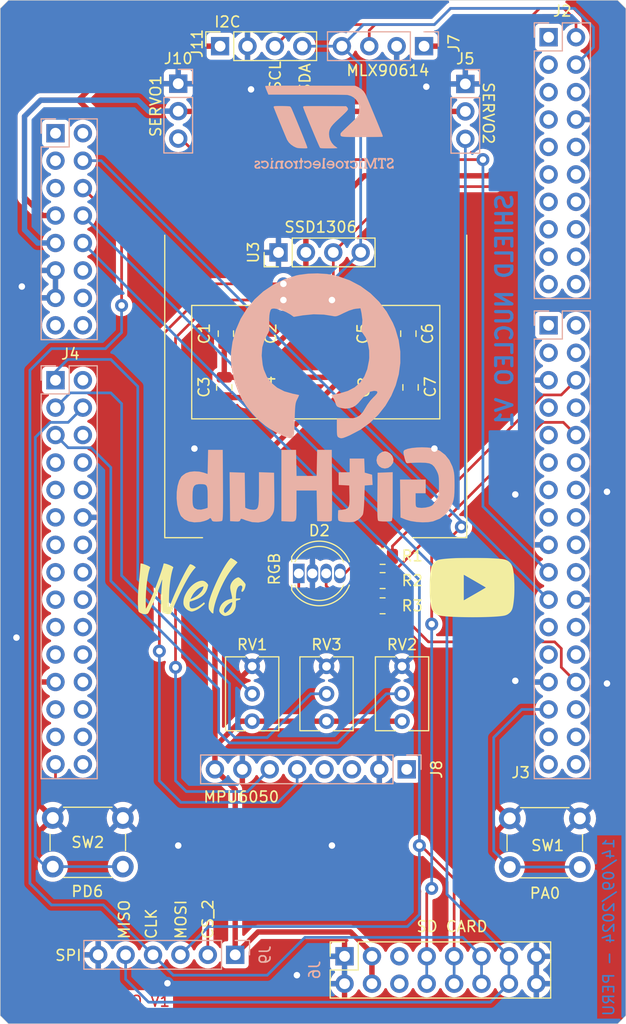
<source format=kicad_pcb>
(kicad_pcb (version 20240108) (generator "pcbnew") (generator_version "8.0")
  (layers (0 "F.Cu" signal) (31 "B.Cu" signal) (34 "B.Paste" user) (35 "F.Paste" user) (36 "B.SilkS" user "B.Silkscreen") (37 "F.SilkS" user "F.Silkscreen") (38 "B.Mask" user) (39 "F.Mask" user) (44 "Edge.Cuts" user))
  (net 0 "")
  (net 1 "GND")
  (net 2 "+3V3")
  (net 3 "Net-(D2-BA)")
  (net 5 "/PC8")
  (net 6 "/IOREF")
  (net 7 "/PC9")
  (net 8 "/NRST")
  (net 9 "/PC10")
  (net 10 "/PC11")
  (net 11 "/PC12")
  (net 12 "/PD2")
  (net 13 "/PG2")
  (net 14 "/VIN")
  (net 15 "/PG3")
  (net 16 "/PC6")
  (net 17 "/PB8")
  (net 18 "/PB15")
  (net 19 "/PB9")
  (net 20 "+5V")
  (net 21 "/PB13")
  (net 22 "/PB__")
  (net 23 "/PA15")
  (net 24 "/PA5")
  (net 25 "/PC7")
  (net 26 "/PA6")
  (net 27 "/PB5")
  (net 28 "/PA7")
  (net 29 "/PB3")
  (net 30 "/PD14")
  (net 31 "/PA4")
  (net 32 "/PD15")
  (net 33 "/PB4")
  (net 34 "/PF12")
  (net 35 "/PF13")
  (net 36 "/AGND")
  (net 37 "/PF9")
  (net 38 "/PE11")
  (net 39 "/PB1")
  (net 40 "/PF14")
  (net 41 "/PC2")
  (net 42 "/PE13")
  (net 43 "/PF4")
  (net 44 "/PF15")
  (net 45 "/PB6")
  (net 46 "/PG14")
  (net 47 "/PB2")
  (net 48 "/PG9")
  (net 49 "/PE8")
  (net 50 "/PD13")
  (net 51 "/PE7")
  (net 52 "/PD12")
  (net 53 "/PD11")
  (net 54 "/PE10")
  (net 55 "/PE12")
  (net 56 "/PE14")
  (net 57 "/PA0")
  (net 58 "/PE15")
  (net 59 "/PB0")
  (net 60 "/PB10")
  (net 61 "/PE0")
  (net 62 "/PB11")
  (net 63 "/PA3")
  (net 64 "/PD7")
  (net 65 "/PC0")
  (net 66 "/PD6")
  (net 67 "/PC3")
  (net 68 "/PD5")
  (net 69 "/PF3")
  (net 70 "/PD4")
  (net 71 "/PF5")
  (net 72 "/PD3")
  (net 73 "/PF10")
  (net 75 "/PE4")
  (net 76 "/PF2")
  (net 77 "/PE5")
  (net 78 "/PH1")
  (net 79 "/PE6")
  (net 80 "/PH0")
  (net 81 "/PE3")
  (net 82 "/PF8")
  (net 83 "/PD0")
  (net 84 "/PF7")
  (net 85 "/PD1")
  (net 86 "/PG0")
  (net 87 "/PG1")
  (net 92 "Net-(D2-GA)")
  (net 93 "Net-(D2-RA)")
  (net 94 "/PE9")
  (net 100 "unconnected-(J8-Pin_1-Pad1)")
  (footprint "Capacitor_SMD:C_0805_2012Metric" (layer "F.Cu") (at 127.5164 74.0896 90)
    (property "Reference" "C3")
    (property "Value" "1μF")
  )
  (footprint "Capacitor_SMD:C_0805_2012Metric" (layer "F.Cu") (at 129.904 74.0896 90)
    (property "Reference" "C4")
    (property "Value" "1μF")
  )
  (footprint "Capacitor_SMD:C_0805_2012Metric" (layer "F.Cu") (at 142.1468 69.1112 -90)
    (property "Reference" "C5")
    (property "Value" "1μF")
  )
  (footprint "Capacitor_SMD:C_0805_2012Metric" (layer "F.Cu") (at 144.5852 69.1112 -90)
    (property "Reference" "C6")
    (property "Value" "1μF")
  )
  (footprint "Resistor_SMD:R_0805_2012Metric" (layer "F.Cu") (at 142.1976 94.308 180)
    (property "Reference" "R3")
    (property "Value" "100")
  )
  (footprint "Resistor_SMD:R_0805_2012Metric" (layer "F.Cu") (at 142.1976 89.736 180)
    (property "Reference" "R1")
    (property "Value" "100")
  )
  (footprint "Capacitor_SMD:C_0805_2012Metric" (layer "F.Cu") (at 127.6688 69.1112 -90)
    (property "Reference" "C1")
    (property "Value" "1μF")
  )
  (footprint "Capacitor_SMD:C_0805_2012Metric" (layer "F.Cu") (at 144.7884 74.0896 90)
    (property "Reference" "C7")
    (property "Value" "1μF")
  )
  (footprint "Capacitor_SMD:C_0805_2012Metric" (layer "F.Cu") (at 142.35 74.0896 90)
    (property "Reference" "C8")
    (property "Value" "1μF")
  )
  (footprint "Capacitor_SMD:C_0805_2012Metric" (layer "F.Cu") (at 129.9548 69.1112 -90)
    (property "Reference" "C2")
    (property "Value" "1μF")
  )
  (footprint "Resistor_SMD:R_0805_2012Metric" (layer "F.Cu") (at 142.1976 91.9712 180)
    (property "Reference" "R2")
    (property "Value" "100")
  )
  (footprint "Button_Switch_THT:SW_PUSH_6mm" (layer "F.Cu") (at 153.9856 113.9888)
    (property "Reference" "SW1")
    (property "Value" "SW_Push" (hide yes))
  )
  (footprint "Connector_PinSocket_2.54mm:PinSocket_2x08_P2.54mm_Vertical" (layer "F.Cu") (at 138.67 126.75 90)
    (property "Reference" "J6")
    (property "Value" "SD_CARD" (hide yes))
  )
  (footprint "Button_Switch_THT:SW_PUSH_6mm" (layer "F.Cu") (at 111.6172 113.9528)
    (property "Reference" "SW2")
    (property "Value" "SW_Push" (hide yes))
  )
  (footprint "Connector_PinSocket_2.54mm:PinSocket_1x04_P2.54mm_Vertical" (layer "F.Cu") (at 127.13 42.5 90)
    (property "Reference" "J11")
    (property "Value" "I2C PORT")
  )
  (footprint "Connector_PinHeader_2.54mm:PinHeader_1x04_P2.54mm_Vertical" (layer "F.Cu") (at 132.5456 61.5928 90)
    (property "Reference" "U3")
    (property "Value" "A_Tale_Of_A_Library_OLED_SSD1306_128x64")
  )
  (footprint "LED_THT:LED_D5.0mm-4_RGB" (layer "F.Cu") (at 134.4252 91.3108)
    (property "Reference" "D2")
    (property "Value" "LED_BKGR")
  )
  (footprint "Potentiometer_THT:Potentiometer_Vishay_T73XW_Horizontal" (layer "F.Cu") (at 137 99.911)
    (property "Reference" "RV3")
    (property "Value" "R_Potentiometer" (hide yes))
  )
  (footprint "Images:youtube_logo_small" (layer "F.Cu") (at 150.5 92.609152)
    (property "Reference" "G***" (hide yes))
    (property "Value" "LOGO" (hide yes))
  )
  (footprint "Images:wels_logo_small" (layer "F.Cu") (at 124.5 92.25)
    (property "Reference" "G***" (hide yes))
    (property "Value" "LOGO" (hide yes))
  )
  (footprint "Potentiometer_THT:Potentiometer_Vishay_T73XW_Horizontal" (layer "F.Cu") (at 130.1056 99.911)
    (property "Reference" "RV1")
    (property "Value" "R_Potentiometer" (hide yes))
  )
  (footprint "Potentiometer_THT:Potentiometer_Vishay_T73XW_Horizontal" (layer "F.Cu") (at 144 99.911)
    (property "Reference" "RV2")
    (property "Value" "R_Potentiometer" (hide yes))
  )
  (footprint "Connector_PinSocket_2.54mm:PinSocket_2x08_P2.54mm_Vertical" (layer "B.Cu") (at 111.87 50.56 180)
    (property "Reference" "J1" (hide yes))
    (property "Value" "CN8" (hide yes))
  )
  (footprint "Connector_PinSocket_2.54mm:PinSocket_2x10_P2.54mm_Vertical" (layer "B.Cu") (at 157.59 41.67 180)
    (property "Reference" "J2")
    (property "Value" "CN7" (hide yes))
  )
  (footprint "Connector_PinSocket_2.54mm:PinSocket_2x17_P2.54mm_Vertical" (layer "B.Cu") (at 157.59 68.34 180)
    (property "Reference" "J3")
    (property "Value" "CN10" (hide yes))
  )
  (footprint "Connector_PinSocket_2.54mm:PinSocket_2x15_P2.54mm_Vertical" (layer "B.Cu") (at 111.87 73.42 180)
    (property "Reference" "J4")
    (property "Value" "CN9" (hide yes))
  )
  (footprint "Connector_PinHeader_2.54mm:PinHeader_1x03_P2.54mm_Vertical" (layer "B.Cu") (at 149.8684 45.9972 180)
    (property "Reference" "J5")
    (property "Value" "SERVOMOTOR" (hide yes))
  )
  (footprint "Connector_PinSocket_2.54mm:PinSocket_1x06_P2.54mm_Vertical" (layer "B.Cu") (at 128.5324 126.6168 90)
    (property "Reference" "J9")
    (property "Value" "SPI" (hide yes))
  )
  (footprint "Connector_PinHeader_2.54mm:PinHeader_1x03_P2.54mm_Vertical" (layer "B.Cu") (at 123.25 45.975 180)
    (property "Reference" "J10")
    (property "Value" "SERVOMOTOR" (hide yes))
  )
  (footprint "Connector_PinSocket_2.54mm:PinSocket_1x08_P2.54mm_Vertical" (layer "B.Cu") (at 144.4328 109.4464 90)
    (property "Reference" "J8")
    (property "Value" "MPU6050" (hide yes))
  )
  (footprint "Connector_PinSocket_2.54mm:PinSocket_1x04_P2.54mm_Vertical" (layer "B.Cu") (at 146.04 42.5 90)
    (property "Reference" "J7")
    (property "Value" "MLX90614" (hide yes))
  )
  (footprint "Images:github_logo" (layer "B.Cu") (at 136 75 180)
    (property "Reference" "G***" (hide yes))
    (property "Value" "LOGO" (hide yes))
  )
  (footprint "Images:stmelectronics_small" (layer "B.Cu") (at 136.75 50 180)
    (property "Reference" "G***" (hide yes))
    (property "Value" "LOGO" (hide yes))
  )
  (gr_line (start 124.5 77) (end 124.5 66.5) (stroke (width 0.12)) (layer "F.SilkS"))
  (gr_line (start 122 60) (end 122 88) (stroke (width 0.12)) (layer "F.SilkS"))
  (gr_line (start 147.5 77) (end 124.5 77) (stroke (width 0.12)) (layer "F.SilkS"))
  (gr_line (start 150 88) (end 145 88) (stroke (width 0.12)) (layer "F.SilkS"))
  (gr_line (start 147.5 66.5) (end 147.5 77) (stroke (width 0.12)) (layer "F.SilkS"))
  (gr_line (start 150 60) (end 150 88) (stroke (width 0.12)) (layer "F.SilkS"))
  (gr_line (start 124.5 66.5) (end 147.5 66.5) (stroke (width 0.12)) (layer "F.SilkS"))
  (gr_line (start 122 88) (end 125.5 88) (stroke (width 0.12)) (layer "F.SilkS"))
  (gr_line (start 164.75 39) (end 164.75 132.25) (stroke (width 0.05)) (layer "Edge.Cuts"))
  (gr_line (start 164 38.25) (end 107.5 38.25) (stroke (width 0.05)) (layer "Edge.Cuts"))
  (gr_line (start 106.75 39) (end 107.5 38.25) (stroke (width 0.05)) (layer "Edge.Cuts"))
  (gr_line (start 107.5 133) (end 106.75 132.25) (stroke (width 0.05)) (layer "Edge.Cuts"))
  (gr_line (start 164 133) (end 107.5 133) (stroke (width 0.05)) (layer "Edge.Cuts"))
  (gr_line (start 106.75 132.25) (end 106.75 39) (stroke (width 0.05)) (layer "Edge.Cuts"))
  (gr_line (start 164.75 39) (end 164 38.25) (stroke (width 0.05)) (layer "Edge.Cuts"))
  (gr_line (start 164.75 132.25) (end 164 133) (stroke (width 0.05)) (layer "Edge.Cuts"))
  (gr_text "SHIELD NUCLEO V1" (at 108 131.5 0) (layer "F.Cu") (effects (font (size 1 1)) (justify left bottom)))
  (gr_text "@WELSTHEORY" (at 163 78.75 90) (layer "F.Cu") (effects (font (size 1.5 1.5) (thickness 0.3) (bold yes)) (justify left)))
  (gr_text "SUSCRIBETE!" (at 108 40.25 0) (layer "F.Cu") (effects (font (size 1.5 1.5) (thickness 0.3) (bold yes)) (justify left)))
  (gr_text "14/09/2024 - PERU\n" (at 163.75 115.75 90) (layer "B.Cu") (effects (font (size 1 1)) (justify left bottom mirror)))
  (gr_text "SHIELD NUCLEO V1" (at 153.5 67 90) (layer "B.Cu") (effects (font (size 1.5 1.5) (thickness 0.3)) (justify mirror)))
  (gr_text "SERVO1" (at 121.75 51 90) (layer "F.SilkS") (effects (font (size 1 1)) (justify left bottom)))
  (gr_text "MPU6050" (at 125.5 112 0) (layer "F.SilkS") (effects (font (size 1 1)) (justify left)))
  (gr_text "MISO" (at 118.25 125.25 90) (layer "F.SilkS") (effects (font (size 1 1)) (justify left)))
  (gr_text "SPI" (at 111.75 127.25 0) (layer "F.SilkS") (effects (font (size 1 1)) (justify left bottom)))
  (gr_text "SDA" (at 135 47 90) (layer "F.SilkS") (effects (font (size 1 1)) (justify left)))
  (gr_text "SSD1306" (at 133 59.25 0) (layer "F.SilkS") (effects (font (size 1 1)) (justify left)))
  (gr_text "RGB" (at 132.75 92.5 90) (layer "F.SilkS") (effects (font (size 1 1)) (justify left bottom)))
  (gr_text "SERVO2" (at 152 45.75 -90) (layer "F.SilkS") (effects (font (size 1 1)) (justify left)))
  (gr_text "PD6" (at 113.25 120.75 0) (layer "F.SilkS") (effects (font (size 1 1)) (justify left)))
  (gr_text "SCL" (at 132.25 46.75 90) (layer "F.SilkS") (effects (font (size 1 1)) (justify left)))
  (gr_text "SD CARD" (at 145.25 124 0) (layer "F.SilkS") (effects (font (size 1 1)) (justify left)))
  (gr_text "I2C" (at 126.5 40.25 0) (layer "F.SilkS") (effects (font (size 1 1)) (justify left)))
  (gr_text "CLK" (at 120.75 125.25 90) (layer "F.SilkS") (effects (font (size 1 1)) (justify left)))
  (gr_text "PA0" (at 155.75 121.5 0) (layer "F.SilkS") (effects (font (size 1 1)) (justify left bottom)))
  (gr_text "MLX90614" (at 138.75 44.75 0) (layer "F.SilkS") (effects (font (size 1 1)) (justify left)))
  (gr_text "CS_2" (at 126 125.25 90) (layer "F.SilkS") (effects (font (size 1 1)) (justify left)))
  (gr_text "MOSI" (at 123.5 125.25 90) (layer "F.SilkS") (effects (font (size 1 1)) (justify left)))
  (via (at 154.5 84) (size 1.2) (drill 0.6) (layers "F.Cu" "B.Cu") (net 1))
  (via (at 146.25 46.25) (size 1.2) (drill 0.6) (layers "F.Cu" "B.Cu") (net 1))
  (via (at 130 46.5) (size 1.2) (drill 0.6) (layers "F.Cu" "B.Cu") (net 1))
  (via (at 147 79.75) (size 1.2) (drill 0.6) (layers "F.Cu" "B.Cu") (net 1))
  (via (at 108.25 97.25) (size 1.2) (drill 0.6) (layers "F.Cu" "B.Cu") (net 1))
  (via (at 123.25 116.5) (size 1.2) (drill 0.6) (layers "F.Cu" "B.Cu") (net 1))
  (via (at 163 83.75) (size 1.2) (drill 0.6) (layers "F.Cu" "B.Cu") (net 1))
  (via (at 122.25 129.25) (size 1.2) (drill 0.6) (layers "F.Cu" "B.Cu") (net 1))
  (via (at 137.5 116.5) (size 1.2) (drill 0.6) (layers "F.Cu" "B.Cu") (net 1))
  (via (at 108.75 64.75) (size 1.2) (drill 0.6) (layers "F.Cu" "B.Cu") (net 1))
  (via (at 154.5 101.25) (size 1.2) (drill 0.6) (layers "F.Cu" "B.Cu") (net 1))
  (via (at 124.75 79.75) (size 1.2) (drill 0.6) (layers "F.Cu" "B.Cu") (net 1))
  (via (at 163 101.5) (size 1.2) (drill 0.6) (layers "F.Cu" "B.Cu") (net 1))
  (via (at 134.25 128.5) (size 1.2) (drill 0.6) (layers "F.Cu" "B.Cu") (net 1))
  (segment (start 129.904 73.1521) (end 127.5164 73.1521) (width 0.5) (layer "F.Cu") (net 2))
  (segment (start 144.5852 72.9489) (end 144.7884 73.1521) (width 0.5) (layer "F.Cu") (net 2))
  (segment (start 120.5 54) (end 114 47.5) (width 0.5) (layer "F.Cu") (net 2))
  (segment (start 109 49) (end 109 56.5) (width 0.5) (layer "F.Cu") (net 2))
  (segment (start 144.5852 70.0487) (end 144.5852 72.9489) (width 0.5) (layer "F.Cu") (net 2))
  (segment (start 127.13 42.5) (end 119 42.5) (width 0.5) (layer "F.Cu") (net 2))
  (segment (start 140.5 54.5) (end 152 54.5) (width 0.5) (layer "F.Cu") (net 2))
  (segment (start 129.009 104.991) (end 130.1056 104.991) (width 0.5) (layer "F.Cu") (net 2))
  (segment (start 128.5324 111.326) (end 126.6528 109.4464) (width 0.5) (layer "F.Cu") (net 2))
  (segment (start 135.0856 61.5928) (end 135.0856 67.4144) (width 0.5) (layer "F.Cu") (net 2))
  (segment (start 127.5164 73.1521) (end 127.5164 70.2011) (width 0.5) (layer "F.Cu") (net 2))
  (segment (start 151.5 42.5) (end 146.04 42.5) (width 0.5) (layer "F.Cu") (net 2))
  (segment (start 126.6528 84.9993) (end 138.5 73.1521) (width 0.5) (layer "F.Cu") (net 2))
  (segment (start 109 56.5) (end 110.68 58.18) (width 0.5) (layer "F.Cu") (net 2))
  (segment (start 139.23 124.5) (end 141.21 126.48) (width 0.5) (layer "F.Cu") (net 2))
  (segment (start 128.5324 126.6168) (end 130.6492 124.5) (width 0.5) (layer "F.Cu") (net 2))
  (segment (start 141.21 126.48) (end 141.21 126.75) (width 0.5) (layer "F.Cu") (net 2))
  (segment (start 132.4513 70.0487) (end 129.9548 70.0487) (width 0.5) (layer "F.Cu") (net 2))
  (segment (start 137 104.991) (end 144 104.991) (width 0.5) (layer "F.Cu") (net 2))
  (segment (start 144.7884 73.1521) (end 142.35 73.1521) (width 0.5) (layer "F.Cu") (net 2))
  (segment (start 135.0856 61.5928) (end 135.0856 59.9144) (width 0.5) (layer "F.Cu") (net 2))
  (segment (start 119 42.5) (end 114 47.5) (width 0.5) (layer "F.Cu") (net 2))
  (segment (start 153.25 44.25) (end 151.5 42.5) (width 0.5) (layer "F.Cu") (net 2))
  (segment (start 127.6688 70.0487) (end 129.9548 70.0487) (width 0.5) (layer "F.Cu") (net 2))
  (segment (start 135.0856 59.9144) (end 140.5 54.5) (width 0.5) (layer "F.Cu") (net 2))
  (segment (start 110.5 47.5) (end 109 49) (width 0.5) (layer "F.Cu") (net 2))
  (segment (start 130.1056 104.991) (end 137 104.991) (width 0.5) (layer "F.Cu") (net 2))
  (segment (start 126.6528 109.4464) (end 126.6528 107.3472) (width 0.5) (layer "F.Cu") (net 2))
  (segment (start 129.1712 54) (end 120.5 54) (width 0.5) (layer "F.Cu") (net 2))
  (segment (start 142.35 73.1521) (end 138.5 73.1521) (width 0.5) (layer "F.Cu") (net 2))
  (segment (start 142.1468 70.0487) (end 144.5852 70.0487) (width 0.5) (layer "F.Cu") (net 2))
  (segment (start 126.6528 107.3472) (end 126.6528 84.9993) (width 0.5) (layer "F.Cu") (net 2))
  (segment (start 126.6528 107.3472) (end 129.009 104.991) (width 0.5) (layer "F.Cu") (net 2))
  (segment (start 141.21 126.75) (end 141.21 129.29) (width 0.5) (layer "F.Cu") (net 2))
  (segment (start 152 54.5) (end 153.25 53.25) (width 0.5) (layer "F.Cu") (net 2))
  (segment (start 135.0856 67.4144) (end 132.4513 70.0487) (width 0.5) (layer "F.Cu") (net 2))
  (segment (start 114 47.5) (end 110.5 47.5) (width 0.5) (layer "F.Cu") (net 2))
  (segment (start 153.25 53.25) (end 153.25 44.25) (width 0.5) (layer "F.Cu") (net 2))
  (segment (start 110.68 58.18) (end 111.87 58.18) (width 0.5) (layer "F.Cu") (net 2))
  (segment (start 127.5164 70.2011) (end 127.6688 70.0487) (width 0.5) (layer "F.Cu") (net 2))
  (segment (start 135.0856 59.9144) (end 129.1712 54) (width 0.5) (layer "F.Cu") (net 2))
  (segment (start 130.6492 124.5) (end 139.23 124.5) (width 0.5) (layer "F.Cu") (net 2))
  (segment (start 138.5 73.1521) (end 129.904 73.1521) (width 0.5) (layer "F.Cu") (net 2))
  (segment (start 128.5324 126.6168) (end 128.5324 111.326) (width 0.5) (layer "F.Cu") (net 2))
  (segment (start 135.808 94.308) (end 134.4252 92.9252) (width 0.25) (layer "F.Cu") (net 3))
  (segment (start 134.4252 92.9252) (end 134.4252 91.3108) (width 0.25) (layer "F.Cu") (net 3))
  (segment (start 141.2851 94.308) (end 135.808 94.308) (width 0.25) (layer "F.Cu") (net 3))
  (segment (start 146.29 126.75) (end 146.29 120.928299) (width 0.25) (layer "F.Cu") (net 7))
  (segment (start 146.75 89.75) (end 149.5 87) (width 0.25) (layer "F.Cu") (net 7))
  (segment (start 146.29 120.928299) (end 146.75 120.468299) (width 0.25) (layer "F.Cu") (net 7))
  (segment (start 146.75 96) (end 146.75 89.75) (width 0.25) (layer "F.Cu") (net 7))
  (via (at 149.5 87) (size 1.2) (drill 0.6) (layers "F.Cu" "B.Cu") (net 7))
  (via (at 146.75 120.468299) (size 1.2) (drill 0.6) (layers "F.Cu" "B.Cu") (net 7))
  (via (at 146.75 96) (size 1.2) (drill 0.6) (layers "F.Cu" "B.Cu") (net 7))
  (segment (start 116.1 53.1) (end 149.5 86.5) (width 0.25) (layer "B.Cu") (net 7))
  (segment (start 149.5 86.5) (end 149.5 87) (width 0.25) (layer "B.Cu") (net 7))
  (segment (start 146.29 129.29) (end 146.29 126.75) (width 0.25) (layer "B.Cu") (net 7))
  (segment (start 114.41 53.1) (end 116.1 53.1) (width 0.25) (layer "B.Cu") (net 7))
  (segment (start 146.75 120.468299) (end 146.75 96) (width 0.25) (layer "B.Cu") (net 7))
  (segment (start 118 59.23) (end 114.41 55.64) (width 0.25) (layer "F.Cu") (net 9))
  (segment (start 118 66.5) (end 118 59.23) (width 0.25) (layer "F.Cu") (net 9))
  (via (at 118 66.5) (size 1.2) (drill 0.6) (layers "F.Cu" "B.Cu") (net 9))
  (segment (start 149.62 125) (end 151.37 126.75) (width 0.25) (layer "B.Cu") (net 9))
  (segment (start 131.5 128.5) (end 135 125) (width 0.25) (layer "B.Cu") (net 9))
  (segment (start 118 69) (end 118 66.5) (width 0.25) (layer "B.Cu") (net 9))
  (segment (start 120.9124 126.6168) (end 122.7956 128.5) (width 0.25) (layer "B.Cu") (net 9))
  (segment (start 120.9124 126.6168) (end 116.2956 122) (width 0.25) (layer "B.Cu") (net 9))
  (segment (start 111.5 122) (end 109.5 120) (width 0.25) (layer "B.Cu") (net 9))
  (segment (start 135 125) (end 149.62 125) (width 0.25) (layer "B.Cu") (net 9))
  (segment (start 116.5 70.5) (end 118 69) (width 0.25) (layer "B.Cu") (net 9))
  (segment (start 111.5 70.5) (end 116.5 70.5) (width 0.25) (layer "B.Cu") (net 9))
  (segment (start 109.5 72.5) (end 111.5 70.5) (width 0.25) (layer "B.Cu") (net 9))
  (segment (start 116.2956 122) (end 111.5 122) (width 0.25) (layer "B.Cu") (net 9))
  (segment (start 122.7956 128.5) (end 131.5 128.5) (width 0.25) (layer "B.Cu") (net 9))
  (segment (start 151.37 129.29) (end 151.37 126.75) (width 0.25) (layer "B.Cu") (net 9))
  (segment (start 109.5 120) (end 109.5 72.5) (width 0.25) (layer "B.Cu") (net 9))
  (segment (start 148.16 121) (end 148.16 91.93) (width 0.25) (layer "B.Cu") (net 10))
  (segment (start 120.5 131) (end 152.2 131) (width 0.25) (layer "B.Cu") (net 10))
  (segment (start 118.3724 128.8724) (end 120.5 131) (width 0.25) (layer "B.Cu") (net 10))
  (segment (start 152.2 131) (end 153.91 129.29) (width 0.25) (layer "B.Cu") (net 10))
  (segment (start 153.91 129.29) (end 153.91 126.75) (width 0.25) (layer "B.Cu") (net 10))
  (segment (start 153.91 126.75) (end 148.16 121) (width 0.25) (layer "B.Cu") (net 10))
  (segment (start 148.16 91.93) (end 114.41 58.18) (width 0.25) (layer "B.Cu") (net 10))
  (segment (start 118.3724 126.6168) (end 118.3724 128.8724) (width 0.25) (layer "B.Cu") (net 10))
  (segment (start 145.75 116.5) (end 145.6078 116.5) (width 0.25) (layer "F.Cu") (net 11))
  (segment (start 148.83 119.58) (end 145.75 116.5) (width 0.25) (layer "F.Cu") (net 11))
  (segment (start 148.83 126.75) (end 148.83 119.58) (width 0.25) (layer "F.Cu") (net 11))
  (via (at 145.6078 116.5) (size 1.2) (drill 0.6) (layers "F.Cu" "B.Cu") (net 11))
  (segment (start 145.6078 91.9178) (end 145.6078 116.5) (width 0.25) (layer "B.Cu") (net 11))
  (segment (start 126.0692 124) (end 123.4524 126.6168) (width 0.25) (layer "B.Cu") (net 11))
  (segment (start 144.5 124) (end 126.0692 124) (width 0.25) (layer "B.Cu") (net 11))
  (segment (start 114.41 60.72) (end 145.6078 91.9178) (width 0.25) (layer "B.Cu") (net 11))
  (segment (start 148.83 129.29) (end 148.83 126.75) (width 0.25) (layer "B.Cu") (net 11))
  (segment (start 145.6078 116.5) (end 145.6078 122.8922) (width 0.25) (layer "B.Cu") (net 11))
  (segment (start 145.6078 122.8922) (end 144.5 124) (width 0.25) (layer "B.Cu") (net 11))
  (segment (start 154.75 53.5) (end 152.75 55.5) (width 0.25) (layer "F.Cu") (net 17))
  (segment (start 141.5 40.5) (end 134.21 40.5) (width 0.25) (layer "F.Cu") (net 17))
  (segment (start 154.75 41) (end 154.75 53.5) (width 0.25) (layer "F.Cu") (net 17))
  (segment (start 137.6256 65.8744) (end 137.6256 61.5928) (width 0.25) (layer "F.Cu") (net 17))
  (segment (start 156.75 39) (end 148.5 39) (width 0.25) (layer "F.Cu") (net 17))
  (segment (start 133 66) (end 126.5 66) (width 0.25) (layer "F.Cu") (net 17))
  (segment (start 143.7184 55.5) (end 137.6256 61.5928) (width 0.25) (layer "F.Cu") (net 17))
  (segment (start 123 69.5) (end 123 100) (width 0.25) (layer "F.Cu") (net 17))
  (segment (start 156.75 39) (end 154.75 41) (width 0.25) (layer "F.Cu") (net 17))
  (segment (start 152.75 55.5) (end 143.7184 55.5) (width 0.25) (layer "F.Cu") (net 17))
  (segment (start 140.96 41.04) (end 141.5 40.5) (width 0.25) (layer "F.Cu") (net 17))
  (segment (start 140.96 42.5) (end 140.96 41.04) (width 0.25) (layer "F.Cu") (net 17))
  (segment (start 134.21 40.5) (end 132.21 42.5) (width 0.25) (layer "F.Cu") (net 17))
  (segment (start 148.5 39) (end 147 40.5) (width 0.25) (layer "F.Cu") (net 17))
  (segment (start 159 39) (end 156.75 39) (width 0.25) (layer "F.Cu") (net 17))
  (segment (start 160.13 41.67) (end 160.13 40.13) (width 0.25) (layer "F.Cu") (net 17))
  (segment (start 126.5 66) (end 123 69.5) (width 0.25) (layer "F.Cu") (net 17))
  (segment (start 147 40.5) (end 141.5 40.5) (width 0.25) (layer "F.Cu") (net 17))
  (segment (start 137.5 66) (end 137.6256 65.8744) (width 0.25) (layer "F.Cu") (net 17))
  (segment (start 160.13 40.13) (end 159 39) (width 0.25) (layer "F.Cu") (net 17))
  (via (at 133 66) (size 1.2) (drill 0.6) (layers "F.Cu" "B.Cu") (net 17))
  (via (at 137.5 66) (size 1.2) (drill 0.6) (layers "F.Cu" "B.Cu") (net 17))
  (via (at 123 100) (size 1.2) (drill 0.6) (layers "F.Cu" "B.Cu") (net 17))
  (segment (start 123 110.5) (end 123 100) (width 0.25) (layer "B.Cu") (net 17))
  (segment (start 129.6792 111.5) (end 124 111.5) (width 0.25) (layer "B.Cu") (net 17))
  (segment (start 124 111.5) (end 123 110.5) (width 0.25) (layer "B.Cu") (net 17))
  (segment (start 137.5 66) (end 133 66) (width 0.25) (layer "B.Cu") (net 17))
  (segment (start 131.7328 109.4464) (end 129.6792 111.5) (width 0.25) (layer "B.Cu") (net 17))
  (segment (start 121.5 98.5) (end 121.5 69.5) (width 0.25) (layer "F.Cu") (net 19))
  (segment (start 126.5 64.5) (end 133 64.5) (width 0.25) (layer "F.Cu") (net 19))
  (segment (start 121.5 69.5) (end 126.5 64.5) (width 0.25) (layer "F.Cu") (net 19))
  (via (at 121.5 98.5) (size 1.2) (drill 0.6) (layers "F.Cu" "B.Cu") (net 19))
  (via (at 133 64.5) (size 1.2) (drill 0.6) (layers "F.Cu" "B.Cu") (net 19))
  (segment (start 147 40.5) (end 148.5 39) (width 0.25) (layer "B.Cu") (net 19))
  (segment (start 160 39) (end 161.75 40.75) (width 0.25) (layer "B.Cu") (net 19))
  (segment (start 134.2728 110.7272) (end 132.5 112.5) (width 0.25) (layer "B.Cu") (net 19))
  (segment (start 148.5 39) (end 160 39) (width 0.25) (layer "B.Cu") (net 19))
  (segment (start 134.75 42.5) (end 138.42 42.5) (width 0.25) (layer "B.Cu") (net 19))
  (segment (start 138.42 42.5) (end 140.42 40.5) (width 0.25) (layer "B.Cu") (net 19))
  (segment (start 161.75 40.75) (end 161.75 42.59) (width 0.25) (layer "B.Cu") (net 19))
  (segment (start 161.75 42.59) (end 160.13 44.21) (width 0.25) (layer "B.Cu") (net 19))
  (segment (start 137.2584 64.5) (end 140.1656 61.5928) (width 0.25) (layer "B.Cu") (net 19))
  (segment (start 132.5 112.5) (end 123.5 112.5) (width 0.25) (layer "B.Cu") (net 19))
  (segment (start 140.1656 61.5928) (end 140.1656 44.2456) (width 0.25) (layer "B.Cu") (net 19))
  (segment (start 134.2728 109.4464) (end 134.2728 110.7272) (width 0.25) (layer "B.Cu") (net 19))
  (segment (start 133 64.5) (end 137.2584 64.5) (width 0.25) (layer "B.Cu") (net 19))
  (segment (start 123.5 112.5) (end 121.5 110.5) (width 0.25) (layer "B.Cu") (net 19))
  (segment (start 140.42 40.5) (end 147 40.5) (width 0.25) (layer "B.Cu") (net 19))
  (segment (start 121.5 110.5) (end 121.5 98.5) (width 0.25) (layer "B.Cu") (net 19))
  (segment (start 140.1656 44.2456) (end 138.42 42.5) (width 0.25) (layer "B.Cu") (net 19))
  (segment (start 149.8684 48.5372) (end 123.5222 48.5372) (width 0.5) (layer "F.Cu") (net 20))
  (segment (start 123.5222 48.5372) (end 123.5 48.515) (width 0.25) (layer "F.Cu") (net 20))
  (segment (start 120.515 48.515) (end 123.5 48.515) (width 0.5) (layer "B.Cu") (net 20))
  (segment (start 110.5 47.5) (end 119.5 47.5) (width 0.5) (layer "B.Cu") (net 20))
  (segment (start 110.22 60.72) (end 109 59.5) (width 0.5) (layer "B.Cu") (net 20))
  (segment (start 109 49) (end 110.5 47.5) (width 0.5) (layer "B.Cu") (net 20))
  (segment (start 109 59.5) (end 109 49) (width 0.5) (layer "B.Cu") (net 20))
  (segment (start 111.87 60.72) (end 110.22 60.72) (width 0.5) (layer "B.Cu") (net 20))
  (segment (start 119.5 47.5) (end 120.515 48.515) (width 0.5) (layer "B.Cu") (net 20))
  (segment (start 143.1101 89.736) (end 143.1101 88.778199) (width 0.25) (layer "F.Cu") (net 38))
  (segment (start 143.1101 88.778199) (end 157.103299 74.785) (width 0.25) (layer "F.Cu") (net 38))
  (segment (start 157.103299 74.785) (end 158.765 74.785) (width 0.25) (layer "F.Cu") (net 38))
  (segment (start 158.765 74.785) (end 160.13 73.42) (width 0.25) (layer "F.Cu") (net 38))
  (segment (start 158.955 77.325) (end 160.13 78.5) (width 0.25) (layer "F.Cu") (net 42))
  (segment (start 157.0563 77.325) (end 158.955 77.325) (width 0.25) (layer "F.Cu") (net 42))
  (segment (start 143.1101 91.9712) (end 143.1101 91.2712) (width 0.25) (layer "F.Cu") (net 42))
  (segment (start 143.1101 91.2712) (end 157.0563 77.325) (width 0.25) (layer "F.Cu") (net 42))
  (segment (start 125.445 53) (end 123.5 51.055) (width 0.25) (layer "F.Cu") (net 50))
  (segment (start 151.5 53) (end 125.445 53) (width 0.25) (layer "F.Cu") (net 50))
  (via (at 151.5 53) (size 1.2) (drill 0.6) (layers "F.Cu" "B.Cu") (net 50))
  (segment (start 151.5 54) (end 151.5 53) (width 0.25) (layer "B.Cu") (net 50))
  (segment (start 157.59 91.2) (end 151.5 85.11) (width 0.25) (layer "B.Cu") (net 50))
  (segment (start 151.5 85.11) (end 151.5 54) (width 0.25) (layer "B.Cu") (net 50))
  (segment (start 157.59 93.74) (end 149.8684 86.0184) (width 0.25) (layer "B.Cu") (net 52))
  (segment (start 149.8684 86.0184) (end 149.8684 51.0772) (width 0.25) (layer "B.Cu") (net 52))
  (segment (start 146.4471 97.645) (end 158.145 97.645) (width 0.25) (layer "F.Cu") (net 56))
  (segment (start 158.765 99.995) (end 160.13 101.36) (width 0.25) (layer "F.Cu") (net 56))
  (segment (start 143.1101 94.308) (end 146.4471 97.645) (width 0.25) (layer "F.Cu") (net 56))
  (segment (start 158.765 98.265) (end 158.765 99.995) (width 0.25) (layer "F.Cu") (net 56))
  (segment (start 158.145 97.645) (end 158.765 98.265) (width 0.25) (layer "F.Cu") (net 56))
  (segment (start 152.5 106.5) (end 155.1 103.9) (width 0.25) (layer "B.Cu") (net 57))
  (segment (start 153.9856 118.4888) (end 160.4856 118.4888) (width 0.25) (layer "B.Cu") (net 57))
  (segment (start 153.9856 118.4888) (end 152.5 117.0032) (width 0.25) (layer "B.Cu") (net 57))
  (segment (start 152.5 117.0032) (end 152.5 106.5) (width 0.25) (layer "B.Cu") (net 57))
  (segment (start 155.1 103.9) (end 157.59 103.9) (width 0.25) (layer "B.Cu") (net 57))
  (segment (start 119.5 91.8454) (end 119.5 74) (width 0.25) (layer "B.Cu") (net 63))
  (segment (start 119.5 91.8454) (end 130.1056 102.451) (width 0.25) (layer "B.Cu") (net 63))
  (segment (start 111.87 72.63) (end 113 71.5) (width 0.25) (layer "B.Cu") (net 63))
  (segment (start 117 71.5) (end 113 71.5) (width 0.25) (layer "B.Cu") (net 63))
  (segment (start 119.5 74) (end 117 71.5) (width 0.25) (layer "B.Cu") (net 63))
  (segment (start 111.87 73.42) (end 111.87 72.63) (width 0.25) (layer "B.Cu") (net 63))
  (segment (start 117 74.595) (end 113.235 74.595) (width 0.25) (layer "B.Cu") (net 65))
  (segment (start 118 75.595) (end 117 74.595) (width 0.25) (layer "B.Cu") (net 65))
  (segment (start 128.5 106.5) (end 128 106) (width 0.25) (layer "B.Cu") (net 65))
  (segment (start 118 91.5) (end 118 75.595) (width 0.25) (layer "B.Cu") (net 65))
  (segment (start 113.235 74.595) (end 111.87 75.96) (width 0.25) (layer "B.Cu") (net 65))
  (segment (start 131.5 106.5) (end 128.5 106.5) (width 0.25) (layer "B.Cu") (net 65))
  (segment (start 128 106) (end 128 101.5) (width 0.25) (layer "B.Cu") (net 65))
  (segment (start 128 101.5) (end 118 91.5) (width 0.25) (layer "B.Cu") (net 65))
  (segment (start 137 102.451) (end 135.549 102.451) (width 0.25) (layer "B.Cu") (net 65))
  (segment (start 135.549 102.451) (end 131.5 106.5) (width 0.25) (layer "B.Cu") (net 65))
  (segment (start 110.9528 118.4528) (end 111.6172 118.4528) (width 0.25) (layer "B.Cu") (net 66))
  (segment (start 114.41 75.96) (end 113.045 77.325) (width 0.25) (layer "B.Cu") (net 66))
  (segment (start 118.1172 118.4528) (end 111.6172 118.4528) (width 0.25) (layer "B.Cu") (net 66))
  (segment (start 111.383299 77.325) (end 110 78.708299) (width 0.25) (layer "B.Cu") (net 66))
  (segment (start 113.045 77.325) (end 111.383299 77.325) (width 0.25) (layer "B.Cu") (net 66))
  (segment (start 110 117.5) (end 110.9528 118.4528) (width 0.25) (layer "B.Cu") (net 66))
  (segment (start 110 78.708299) (end 110 117.5) (width 0.25) (layer "B.Cu") (net 66))
  (segment (start 127 102) (end 117 92) (width 0.25) (layer "B.Cu") (net 67))
  (segment (start 138 107) (end 128 107) (width 0.25) (layer "B.Cu") (net 67))
  (segment (start 142.549 102.451) (end 138 107) (width 0.25) (layer "B.Cu") (net 67))
  (segment (start 115.175 79.675) (end 113.045 79.675) (width 0.25) (layer "B.Cu") (net 67))
  (segment (start 144 102.451) (end 142.549 102.451) (width 0.25) (layer "B.Cu") (net 67))
  (segment (start 128 107) (end 127 106) (width 0.25) (layer "B.Cu") (net 67))
  (segment (start 127 106) (end 127 102) (width 0.25) (layer "B.Cu") (net 67))
  (segment (start 113.045 79.675) (end 111.87 78.5) (width 0.25) (layer "B.Cu") (net 67))
  (segment (start 117 92) (end 117 81.5) (width 0.25) (layer "B.Cu") (net 67))
  (segment (start 117 81.5) (end 115.175 79.675) (width 0.25) (layer "B.Cu") (net 67))
  (segment (start 125.9924 116.7424) (end 120.5 111.25) (width 0.25) (layer "F.Cu") (net 86))
  (segment (start 112.5 111.25) (end 111.87 110.62) (width 0.25) (layer "F.Cu") (net 86))
  (segment (start 120.5 111.25) (end 112.5 111.25) (width 0.25) (layer "F.Cu") (net 86))
  (segment (start 125.9924 126.6168) (end 125.9924 116.7424) (width 0.25) (layer "F.Cu") (net 86))
  (segment (start 111.87 110.62) (end 111.87 108.98) (width 0.25) (layer "F.Cu") (net 86))
  (segment (start 139.5 93) (end 137.5 93) (width 0.25) (layer "F.Cu") (net 92))
  (segment (start 141.2851 91.9712) (end 140.5288 91.9712) (width 0.25) (layer "F.Cu") (net 92))
  (segment (start 140.5288 91.9712) (end 139.5 93) (width 0.25) (layer "F.Cu") (net 92))
  (segment (start 137.5 93) (end 136.9652 92.4652) (width 0.25) (layer "F.Cu") (net 92))
  (segment (start 136.9652 92.4652) (end 136.9652 91.3108) (width 0.25) (layer "F.Cu") (net 92))
  (segment (start 138.2352 91.3108) (end 138.6892 91.3108) (width 0.25) (layer "F.Cu") (net 93))
  (segment (start 138.6892 91.3108) (end 140.264 89.736) (width 0.25) (layer "F.Cu") (net 93))
  (segment (start 140.264 89.736) (end 141.2851 89.736) (width 0.25) (layer "F.Cu") (net 93))
  (segment (start 144.8992 108.98) (end 144.4328 109.4464) (width 0.25) (layer "F.Cu") (net 100))
  (zone (net 1) (net_name "GND") (layer "F.Cu") (connect_pads (clearance 0.4)) (min_thickness 0.25) (fill yes (thermal_gap 0.5) (thermal_bridge_width 0.5))
    (polygon (pts (xy 107.5 38.25) (xy 106.75 39) (xy 106.75 132.25) (xy 107.5 133) (xy 164 133) (xy 164.75 132.25) (xy 164.75 39) (xy 164 38.25)))
  )
  (zone (net 1) (net_name "GND") (layer "B.Cu") (priority 1) (connect_pads (clearance 0.4)) (min_thickness 0.25) (fill yes (thermal_gap 0.5) (thermal_bridge_width 0.5))
    (polygon (pts (xy 164.75 39) (xy 164 38.25) (xy 107.5 38.25) (xy 106.75 39) (xy 106.75 132.25) (xy 107.5 133) (xy 164 133) (xy 164.75 132.25)))
  )
)
</source>
